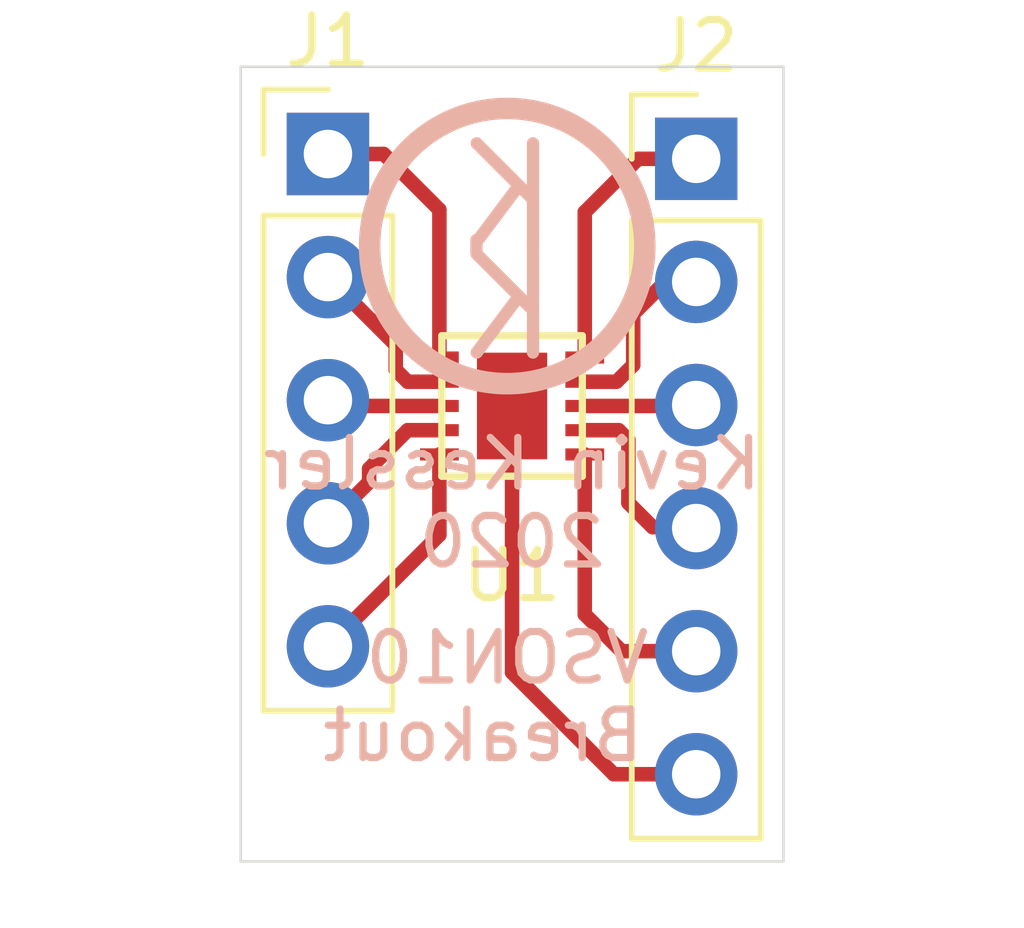
<source format=kicad_pcb>
(kicad_pcb (version 20171130) (host pcbnew 5.1.5+dfsg1-2build2)

  (general
    (thickness 1.6)
    (drawings 7)
    (tracks 37)
    (zones 0)
    (modules 4)
    (nets 12)
  )

  (page A4)
  (layers
    (0 F.Cu signal)
    (31 B.Cu signal)
    (32 B.Adhes user)
    (33 F.Adhes user)
    (34 B.Paste user)
    (35 F.Paste user)
    (36 B.SilkS user)
    (37 F.SilkS user)
    (38 B.Mask user)
    (39 F.Mask user)
    (40 Dwgs.User user)
    (41 Cmts.User user)
    (42 Eco1.User user)
    (43 Eco2.User user)
    (44 Edge.Cuts user)
    (45 Margin user)
    (46 B.CrtYd user)
    (47 F.CrtYd user)
    (48 B.Fab user)
    (49 F.Fab user)
  )

  (setup
    (last_trace_width 0.3)
    (user_trace_width 0.3)
    (user_trace_width 0.4)
    (trace_clearance 0.2)
    (zone_clearance 0.508)
    (zone_45_only no)
    (trace_min 0.2)
    (via_size 0.8)
    (via_drill 0.4)
    (via_min_size 0.4)
    (via_min_drill 0.3)
    (uvia_size 0.3)
    (uvia_drill 0.1)
    (uvias_allowed no)
    (uvia_min_size 0.2)
    (uvia_min_drill 0.1)
    (edge_width 0.05)
    (segment_width 0.2)
    (pcb_text_width 0.3)
    (pcb_text_size 1.5 1.5)
    (mod_edge_width 0.12)
    (mod_text_size 1 1)
    (mod_text_width 0.15)
    (pad_size 1.524 1.524)
    (pad_drill 0.762)
    (pad_to_mask_clearance 0.051)
    (solder_mask_min_width 0.25)
    (aux_axis_origin 0 0)
    (visible_elements FFFFFF7F)
    (pcbplotparams
      (layerselection 0x010fc_ffffffff)
      (usegerberextensions false)
      (usegerberattributes false)
      (usegerberadvancedattributes false)
      (creategerberjobfile false)
      (excludeedgelayer true)
      (linewidth 0.100000)
      (plotframeref false)
      (viasonmask false)
      (mode 1)
      (useauxorigin false)
      (hpglpennumber 1)
      (hpglpenspeed 20)
      (hpglpendiameter 15.000000)
      (psnegative false)
      (psa4output false)
      (plotreference true)
      (plotvalue true)
      (plotinvisibletext false)
      (padsonsilk false)
      (subtractmaskfromsilk false)
      (outputformat 1)
      (mirror false)
      (drillshape 1)
      (scaleselection 1)
      (outputdirectory ""))
  )

  (net 0 "")
  (net 1 "Net-(J1-Pad1)")
  (net 2 "Net-(J1-Pad2)")
  (net 3 "Net-(J1-Pad3)")
  (net 4 "Net-(J1-Pad4)")
  (net 5 "Net-(J1-Pad5)")
  (net 6 "Net-(J2-Pad1)")
  (net 7 "Net-(J2-Pad2)")
  (net 8 "Net-(J2-Pad3)")
  (net 9 "Net-(J2-Pad4)")
  (net 10 "Net-(J2-Pad5)")
  (net 11 "Net-(J2-Pad6)")

  (net_class Default "This is the default net class."
    (clearance 0.2)
    (trace_width 0.25)
    (via_dia 0.8)
    (via_drill 0.4)
    (uvia_dia 0.3)
    (uvia_drill 0.1)
    (add_net "Net-(J1-Pad1)")
    (add_net "Net-(J1-Pad2)")
    (add_net "Net-(J1-Pad3)")
    (add_net "Net-(J1-Pad4)")
    (add_net "Net-(J1-Pad5)")
    (add_net "Net-(J2-Pad1)")
    (add_net "Net-(J2-Pad2)")
    (add_net "Net-(J2-Pad3)")
    (add_net "Net-(J2-Pad4)")
    (add_net "Net-(J2-Pad5)")
    (add_net "Net-(J2-Pad6)")
  )

  (module KevinLib:LogoBack (layer F.Cu) (tedit 5955D856) (tstamp 5F0387EA)
    (at 135.9 102.6)
    (fp_text reference REF** (at 0 5.207) (layer F.SilkS) hide
      (effects (font (size 1 1) (thickness 0.15)))
    )
    (fp_text value LogoBack (at 0 -4.318) (layer F.Fab) hide
      (effects (font (size 1 1) (thickness 0.15)))
    )
    (fp_text user K (at 0 1.27) (layer B.SilkS)
      (effects (font (size 2.032 2.032) (thickness 0.254)) (justify mirror))
    )
    (fp_text user K (at 0 -1.016) (layer B.SilkS)
      (effects (font (size 2.032 2.032) (thickness 0.254)) (justify mirror))
    )
    (fp_circle (center 0 0) (end 2.54 -1.27) (layer B.SilkS) (width 0.4445))
    (fp_line (start 0.531 -0.127) (end 0.531 0.127) (layer B.SilkS) (width 0.254))
    (fp_line (start -0.635 -0.127) (end -0.635 0.127) (layer B.SilkS) (width 0.254))
  )

  (module Connector_PinHeader_2.54mm:PinHeader_1x05_P2.54mm_Vertical (layer F.Cu) (tedit 59FED5CC) (tstamp 5F038572)
    (at 132.2 100.7)
    (descr "Through hole straight pin header, 1x05, 2.54mm pitch, single row")
    (tags "Through hole pin header THT 1x05 2.54mm single row")
    (path /5F033A95)
    (fp_text reference J1 (at 0 -2.33) (layer F.SilkS)
      (effects (font (size 1 1) (thickness 0.15)))
    )
    (fp_text value Conn_01x05_Male (at 0 12.49) (layer F.Fab)
      (effects (font (size 1 1) (thickness 0.15)))
    )
    (fp_line (start -0.635 -1.27) (end 1.27 -1.27) (layer F.Fab) (width 0.1))
    (fp_line (start 1.27 -1.27) (end 1.27 11.43) (layer F.Fab) (width 0.1))
    (fp_line (start 1.27 11.43) (end -1.27 11.43) (layer F.Fab) (width 0.1))
    (fp_line (start -1.27 11.43) (end -1.27 -0.635) (layer F.Fab) (width 0.1))
    (fp_line (start -1.27 -0.635) (end -0.635 -1.27) (layer F.Fab) (width 0.1))
    (fp_line (start -1.33 11.49) (end 1.33 11.49) (layer F.SilkS) (width 0.12))
    (fp_line (start -1.33 1.27) (end -1.33 11.49) (layer F.SilkS) (width 0.12))
    (fp_line (start 1.33 1.27) (end 1.33 11.49) (layer F.SilkS) (width 0.12))
    (fp_line (start -1.33 1.27) (end 1.33 1.27) (layer F.SilkS) (width 0.12))
    (fp_line (start -1.33 0) (end -1.33 -1.33) (layer F.SilkS) (width 0.12))
    (fp_line (start -1.33 -1.33) (end 0 -1.33) (layer F.SilkS) (width 0.12))
    (fp_line (start -1.8 -1.8) (end -1.8 11.95) (layer F.CrtYd) (width 0.05))
    (fp_line (start -1.8 11.95) (end 1.8 11.95) (layer F.CrtYd) (width 0.05))
    (fp_line (start 1.8 11.95) (end 1.8 -1.8) (layer F.CrtYd) (width 0.05))
    (fp_line (start 1.8 -1.8) (end -1.8 -1.8) (layer F.CrtYd) (width 0.05))
    (fp_text user %R (at 0 5.08 90) (layer F.Fab)
      (effects (font (size 1 1) (thickness 0.15)))
    )
    (pad 1 thru_hole rect (at 0 0) (size 1.7 1.7) (drill 1) (layers *.Cu *.Mask)
      (net 1 "Net-(J1-Pad1)"))
    (pad 2 thru_hole oval (at 0 2.54) (size 1.7 1.7) (drill 1) (layers *.Cu *.Mask)
      (net 2 "Net-(J1-Pad2)"))
    (pad 3 thru_hole oval (at 0 5.08) (size 1.7 1.7) (drill 1) (layers *.Cu *.Mask)
      (net 3 "Net-(J1-Pad3)"))
    (pad 4 thru_hole oval (at 0 7.62) (size 1.7 1.7) (drill 1) (layers *.Cu *.Mask)
      (net 4 "Net-(J1-Pad4)"))
    (pad 5 thru_hole oval (at 0 10.16) (size 1.7 1.7) (drill 1) (layers *.Cu *.Mask)
      (net 5 "Net-(J1-Pad5)"))
    (model ${KISYS3DMOD}/Connector_PinHeader_2.54mm.3dshapes/PinHeader_1x05_P2.54mm_Vertical.wrl
      (at (xyz 0 0 0))
      (scale (xyz 1 1 1))
      (rotate (xyz 0 0 0))
    )
  )

  (module Connector_PinHeader_2.54mm:PinHeader_1x06_P2.54mm_Vertical (layer F.Cu) (tedit 59FED5CC) (tstamp 5F0386B6)
    (at 139.8 100.8)
    (descr "Through hole straight pin header, 1x06, 2.54mm pitch, single row")
    (tags "Through hole pin header THT 1x06 2.54mm single row")
    (path /5F0343D0)
    (fp_text reference J2 (at 0 -2.33) (layer F.SilkS)
      (effects (font (size 1 1) (thickness 0.15)))
    )
    (fp_text value Conn_01x06_Male (at 0 15.03) (layer F.Fab)
      (effects (font (size 1 1) (thickness 0.15)))
    )
    (fp_line (start -0.635 -1.27) (end 1.27 -1.27) (layer F.Fab) (width 0.1))
    (fp_line (start 1.27 -1.27) (end 1.27 13.97) (layer F.Fab) (width 0.1))
    (fp_line (start 1.27 13.97) (end -1.27 13.97) (layer F.Fab) (width 0.1))
    (fp_line (start -1.27 13.97) (end -1.27 -0.635) (layer F.Fab) (width 0.1))
    (fp_line (start -1.27 -0.635) (end -0.635 -1.27) (layer F.Fab) (width 0.1))
    (fp_line (start -1.33 14.03) (end 1.33 14.03) (layer F.SilkS) (width 0.12))
    (fp_line (start -1.33 1.27) (end -1.33 14.03) (layer F.SilkS) (width 0.12))
    (fp_line (start 1.33 1.27) (end 1.33 14.03) (layer F.SilkS) (width 0.12))
    (fp_line (start -1.33 1.27) (end 1.33 1.27) (layer F.SilkS) (width 0.12))
    (fp_line (start -1.33 0) (end -1.33 -1.33) (layer F.SilkS) (width 0.12))
    (fp_line (start -1.33 -1.33) (end 0 -1.33) (layer F.SilkS) (width 0.12))
    (fp_line (start -1.8 -1.8) (end -1.8 14.5) (layer F.CrtYd) (width 0.05))
    (fp_line (start -1.8 14.5) (end 1.8 14.5) (layer F.CrtYd) (width 0.05))
    (fp_line (start 1.8 14.5) (end 1.8 -1.8) (layer F.CrtYd) (width 0.05))
    (fp_line (start 1.8 -1.8) (end -1.8 -1.8) (layer F.CrtYd) (width 0.05))
    (fp_text user %R (at 0 6.35 90) (layer F.Fab)
      (effects (font (size 1 1) (thickness 0.15)))
    )
    (pad 1 thru_hole rect (at 0 0) (size 1.7 1.7) (drill 1) (layers *.Cu *.Mask)
      (net 6 "Net-(J2-Pad1)"))
    (pad 2 thru_hole oval (at 0 2.54) (size 1.7 1.7) (drill 1) (layers *.Cu *.Mask)
      (net 7 "Net-(J2-Pad2)"))
    (pad 3 thru_hole oval (at 0 5.08) (size 1.7 1.7) (drill 1) (layers *.Cu *.Mask)
      (net 8 "Net-(J2-Pad3)"))
    (pad 4 thru_hole oval (at 0 7.62) (size 1.7 1.7) (drill 1) (layers *.Cu *.Mask)
      (net 9 "Net-(J2-Pad4)"))
    (pad 5 thru_hole oval (at 0 10.16) (size 1.7 1.7) (drill 1) (layers *.Cu *.Mask)
      (net 10 "Net-(J2-Pad5)"))
    (pad 6 thru_hole oval (at 0 12.7) (size 1.7 1.7) (drill 1) (layers *.Cu *.Mask)
      (net 11 "Net-(J2-Pad6)"))
    (model ${KISYS3DMOD}/Connector_PinHeader_2.54mm.3dshapes/PinHeader_1x06_P2.54mm_Vertical.wrl
      (at (xyz 0 0 0))
      (scale (xyz 1 1 1))
      (rotate (xyz 0 0 0))
    )
  )

  (module KevinLib:TPS63000 (layer F.Cu) (tedit 5AF9119E) (tstamp 5F03859F)
    (at 136 105.9)
    (path /5F032F8D)
    (clearance 0.1)
    (fp_text reference U1 (at 0 3.5) (layer F.SilkS)
      (effects (font (size 1 1) (thickness 0.15)))
    )
    (fp_text value TPS63000 (at 0 -3.1) (layer F.Fab)
      (effects (font (size 1 1) (thickness 0.15)))
    )
    (fp_line (start -1.45 -1.45) (end -1.45 1.45) (layer F.SilkS) (width 0.15))
    (fp_line (start 1.45 -1.45) (end -1.45 -1.45) (layer F.SilkS) (width 0.15))
    (fp_line (start 1.45 1.45) (end 1.45 -1.45) (layer F.SilkS) (width 0.15))
    (fp_line (start -1.45 1.45) (end 1.45 1.45) (layer F.SilkS) (width 0.15))
    (pad 1 smd rect (at -1.5 -1) (size 0.8 0.25) (layers F.Cu F.Paste F.Mask)
      (net 1 "Net-(J1-Pad1)"))
    (pad 2 smd rect (at -1.5 -0.5) (size 0.8 0.25) (layers F.Cu F.Paste F.Mask)
      (net 2 "Net-(J1-Pad2)"))
    (pad 3 smd rect (at -1.5 0) (size 0.8 0.25) (layers F.Cu F.Paste F.Mask)
      (net 3 "Net-(J1-Pad3)"))
    (pad 4 smd rect (at -1.5 0.5) (size 0.8 0.25) (layers F.Cu F.Paste F.Mask)
      (net 4 "Net-(J1-Pad4)"))
    (pad 5 smd rect (at -1.5 1) (size 0.8 0.25) (layers F.Cu F.Paste F.Mask)
      (net 5 "Net-(J1-Pad5)"))
    (pad 6 smd rect (at 1.5 1) (size 0.8 0.25) (layers F.Cu F.Paste F.Mask)
      (net 10 "Net-(J2-Pad5)"))
    (pad 7 smd rect (at 1.5 0.5) (size 0.8 0.25) (layers F.Cu F.Paste F.Mask)
      (net 9 "Net-(J2-Pad4)"))
    (pad 8 smd rect (at 1.5 0) (size 0.8 0.25) (layers F.Cu F.Paste F.Mask)
      (net 8 "Net-(J2-Pad3)"))
    (pad 9 smd rect (at 1.5 -0.5) (size 0.8 0.25) (layers F.Cu F.Paste F.Mask)
      (net 7 "Net-(J2-Pad2)"))
    (pad 10 smd rect (at 1.5 -1) (size 0.8 0.25) (layers F.Cu F.Paste F.Mask)
      (net 6 "Net-(J2-Pad1)"))
    (pad 11 smd rect (at 0 0) (size 1.45 2.2) (layers F.Cu F.Paste F.Mask)
      (net 11 "Net-(J2-Pad6)"))
  )

  (gr_text Breakout (at 135.4 112.7) (layer B.SilkS)
    (effects (font (size 1 1) (thickness 0.15)) (justify mirror))
  )
  (gr_text VSON10 (at 135.9 111.1) (layer B.SilkS)
    (effects (font (size 1 1) (thickness 0.15)) (justify mirror))
  )
  (gr_text "Kevin Kessler\n2020" (at 136 107.9) (layer B.SilkS)
    (effects (font (size 1 1) (thickness 0.15)) (justify mirror))
  )
  (gr_line (start 130.4 115.3) (end 130.4 98.9) (layer Edge.Cuts) (width 0.05) (tstamp 5F0387D0))
  (gr_line (start 141.6 115.3) (end 130.4 115.3) (layer Edge.Cuts) (width 0.05))
  (gr_line (start 141.6 98.9) (end 141.6 115.3) (layer Edge.Cuts) (width 0.05))
  (gr_line (start 130.4 98.9) (end 141.6 98.9) (layer Edge.Cuts) (width 0.05))

  (segment (start 133.35 100.7) (end 132.2 100.7) (width 0.3) (layer F.Cu) (net 1))
  (segment (start 134.5 101.85) (end 133.35 100.7) (width 0.3) (layer F.Cu) (net 1))
  (segment (start 134.5 104.9) (end 134.5 101.85) (width 0.3) (layer F.Cu) (net 1))
  (segment (start 133.844998 105.4) (end 133.6 105.155002) (width 0.3) (layer F.Cu) (net 2))
  (segment (start 134.5 105.4) (end 133.844998 105.4) (width 0.3) (layer F.Cu) (net 2))
  (segment (start 133.6 104.64) (end 132.2 103.24) (width 0.3) (layer F.Cu) (net 2))
  (segment (start 133.6 105.155002) (end 133.6 104.64) (width 0.3) (layer F.Cu) (net 2))
  (segment (start 132.32 105.9) (end 132.2 105.78) (width 0.3) (layer F.Cu) (net 3))
  (segment (start 134.5 105.9) (end 132.32 105.9) (width 0.3) (layer F.Cu) (net 3))
  (segment (start 133.049999 107.470001) (end 132.2 108.32) (width 0.3) (layer F.Cu) (net 4))
  (segment (start 133.049999 107.194999) (end 133.049999 107.470001) (width 0.3) (layer F.Cu) (net 4))
  (segment (start 133.844998 106.4) (end 133.049999 107.194999) (width 0.3) (layer F.Cu) (net 4))
  (segment (start 134.5 106.4) (end 133.844998 106.4) (width 0.3) (layer F.Cu) (net 4))
  (segment (start 134.5 108.56) (end 132.2 110.86) (width 0.3) (layer F.Cu) (net 5))
  (segment (start 134.5 106.9) (end 134.5 108.56) (width 0.3) (layer F.Cu) (net 5))
  (segment (start 137.5 104.9) (end 137.5 101.9) (width 0.3) (layer F.Cu) (net 6))
  (segment (start 138.6 100.8) (end 139.8 100.8) (width 0.3) (layer F.Cu) (net 6))
  (segment (start 137.5 101.9) (end 138.6 100.8) (width 0.3) (layer F.Cu) (net 6))
  (segment (start 139.16 103.34) (end 139.8 103.34) (width 0.3) (layer F.Cu) (net 7))
  (segment (start 138.5 105.055002) (end 138.5 104) (width 0.3) (layer F.Cu) (net 7))
  (segment (start 138.155002 105.4) (end 138.5 105.055002) (width 0.3) (layer F.Cu) (net 7))
  (segment (start 138.5 104) (end 139.16 103.34) (width 0.3) (layer F.Cu) (net 7))
  (segment (start 137.5 105.4) (end 138.155002 105.4) (width 0.3) (layer F.Cu) (net 7))
  (segment (start 139.78 105.9) (end 139.8 105.88) (width 0.3) (layer F.Cu) (net 8))
  (segment (start 137.5 105.9) (end 139.78 105.9) (width 0.3) (layer F.Cu) (net 8))
  (segment (start 139.78 108.4) (end 139.8 108.42) (width 0.3) (layer F.Cu) (net 9))
  (segment (start 138.9 108.4) (end 139.78 108.4) (width 0.3) (layer F.Cu) (net 9))
  (segment (start 138.4 107.9) (end 138.9 108.4) (width 0.3) (layer F.Cu) (net 9))
  (segment (start 138.4 106.6) (end 138.4 107.9) (width 0.3) (layer F.Cu) (net 9))
  (segment (start 138.2 106.4) (end 138.4 106.6) (width 0.3) (layer F.Cu) (net 9))
  (segment (start 137.5 106.4) (end 138.2 106.4) (width 0.3) (layer F.Cu) (net 9))
  (segment (start 137.5 106.9) (end 137.5 110.2) (width 0.3) (layer F.Cu) (net 10))
  (segment (start 138.26 110.96) (end 139.8 110.96) (width 0.3) (layer F.Cu) (net 10))
  (segment (start 137.5 110.2) (end 138.26 110.96) (width 0.3) (layer F.Cu) (net 10))
  (segment (start 136 105.9) (end 136 111.4) (width 0.3) (layer F.Cu) (net 11))
  (segment (start 138.1 113.5) (end 139.8 113.5) (width 0.3) (layer F.Cu) (net 11))
  (segment (start 136 111.4) (end 138.1 113.5) (width 0.3) (layer F.Cu) (net 11))

)

</source>
